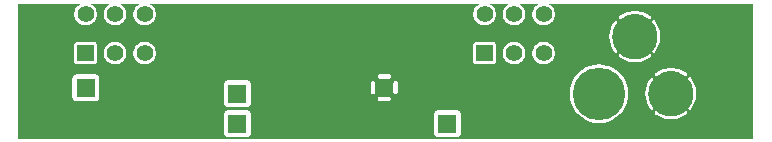
<source format=gbr>
G04 start of page 3 for group 1 idx 1 *
G04 Title: (unknown), bottom *
G04 Creator: pcb 20110918 *
G04 CreationDate: Sat 30 Jan 2016 03:31:44 AM GMT UTC *
G04 For: railfan *
G04 Format: Gerber/RS-274X *
G04 PCB-Dimensions: 250000 50000 *
G04 PCB-Coordinate-Origin: lower left *
%MOIN*%
%FSLAX25Y25*%
%LNBOTTOM*%
%ADD32C,0.0350*%
%ADD31C,0.0420*%
%ADD30C,0.1100*%
%ADD29C,0.1250*%
%ADD28C,0.0200*%
%ADD27C,0.0400*%
%ADD26C,0.0550*%
%ADD25C,0.1500*%
%ADD24C,0.1750*%
%ADD23C,0.0001*%
G54D23*G36*
X227155Y19745D02*X227319Y19138D01*
X227435Y18488D01*
X227493Y17830D01*
Y17170D01*
X227435Y16512D01*
X227319Y15862D01*
X227155Y15255D01*
Y19745D01*
G37*
G36*
Y47500D02*X247500D01*
Y2500D01*
X227155D01*
Y12896D01*
X227530Y13539D01*
X227849Y14216D01*
X228107Y14919D01*
X228303Y15642D01*
X228434Y16379D01*
X228500Y17126D01*
Y17874D01*
X228434Y18621D01*
X228303Y19358D01*
X228107Y20081D01*
X227849Y20784D01*
X227530Y21461D01*
X227155Y22104D01*
Y47500D01*
G37*
G36*
X220004D02*X227155D01*
Y22104D01*
X227152Y22108D01*
X226719Y22719D01*
X226666Y22779D01*
X226604Y22828D01*
X226534Y22868D01*
X226460Y22896D01*
X226381Y22912D01*
X226302Y22916D01*
X226222Y22907D01*
X226145Y22886D01*
X226073Y22853D01*
X226006Y22809D01*
X225947Y22756D01*
X225897Y22693D01*
X225857Y22624D01*
X225829Y22549D01*
X225813Y22471D01*
X225809Y22391D01*
X225818Y22312D01*
X225839Y22235D01*
X225872Y22162D01*
X225917Y22096D01*
X226305Y21562D01*
X226638Y20992D01*
X226919Y20395D01*
X227147Y19775D01*
X227155Y19745D01*
Y15255D01*
X227147Y15225D01*
X226919Y14605D01*
X226638Y14008D01*
X226305Y13438D01*
X225923Y12899D01*
X225879Y12834D01*
X225846Y12763D01*
X225825Y12687D01*
X225817Y12609D01*
X225820Y12530D01*
X225836Y12453D01*
X225864Y12379D01*
X225903Y12311D01*
X225952Y12249D01*
X226010Y12196D01*
X226076Y12153D01*
X226148Y12121D01*
X226224Y12100D01*
X226302Y12091D01*
X226381Y12095D01*
X226458Y12111D01*
X226531Y12139D01*
X226600Y12178D01*
X226661Y12227D01*
X226713Y12286D01*
X227152Y12892D01*
X227155Y12896D01*
Y2500D01*
X220004D01*
Y9000D01*
X220374D01*
X221120Y9066D01*
X221858Y9197D01*
X222581Y9393D01*
X223284Y9651D01*
X223961Y9970D01*
X224608Y10348D01*
X225219Y10781D01*
X225279Y10834D01*
X225328Y10896D01*
X225368Y10966D01*
X225396Y11040D01*
X225412Y11119D01*
X225416Y11198D01*
X225407Y11278D01*
X225386Y11355D01*
X225353Y11427D01*
X225309Y11494D01*
X225256Y11553D01*
X225193Y11603D01*
X225124Y11643D01*
X225049Y11671D01*
X224971Y11687D01*
X224891Y11691D01*
X224812Y11682D01*
X224735Y11661D01*
X224662Y11628D01*
X224596Y11583D01*
X224062Y11195D01*
X223492Y10862D01*
X222895Y10581D01*
X222275Y10353D01*
X221638Y10181D01*
X220988Y10065D01*
X220330Y10007D01*
X220004D01*
Y24993D01*
X220330D01*
X220988Y24935D01*
X221638Y24819D01*
X222275Y24647D01*
X222895Y24419D01*
X223492Y24138D01*
X224062Y23805D01*
X224601Y23423D01*
X224666Y23379D01*
X224737Y23346D01*
X224813Y23325D01*
X224891Y23317D01*
X224970Y23320D01*
X225047Y23336D01*
X225121Y23364D01*
X225189Y23403D01*
X225251Y23452D01*
X225304Y23510D01*
X225347Y23576D01*
X225379Y23648D01*
X225400Y23724D01*
X225409Y23802D01*
X225405Y23881D01*
X225389Y23958D01*
X225361Y24031D01*
X225322Y24100D01*
X225273Y24161D01*
X225214Y24213D01*
X224608Y24652D01*
X223961Y25030D01*
X223284Y25349D01*
X222581Y25607D01*
X221858Y25803D01*
X221120Y25934D01*
X220374Y26000D01*
X220004D01*
Y47500D01*
G37*
G36*
X215155Y38745D02*X215319Y38138D01*
X215435Y37488D01*
X215493Y36830D01*
Y36170D01*
X215435Y35512D01*
X215319Y34862D01*
X215155Y34255D01*
Y38745D01*
G37*
G36*
Y10520D02*X215392Y10348D01*
X216039Y9970D01*
X216716Y9651D01*
X217419Y9393D01*
X218142Y9197D01*
X218879Y9066D01*
X219626Y9000D01*
X220004D01*
Y2500D01*
X215155D01*
Y10520D01*
G37*
G36*
Y23315D02*X215188Y23318D01*
X215265Y23339D01*
X215338Y23372D01*
X215404Y23417D01*
X215938Y23805D01*
X216508Y24138D01*
X217105Y24419D01*
X217725Y24647D01*
X218362Y24819D01*
X219012Y24935D01*
X219670Y24993D01*
X220004D01*
Y10007D01*
X219670D01*
X219012Y10065D01*
X218362Y10181D01*
X217725Y10353D01*
X217105Y10581D01*
X216508Y10862D01*
X215938Y11195D01*
X215399Y11577D01*
X215334Y11621D01*
X215263Y11654D01*
X215187Y11675D01*
X215155Y11678D01*
Y23315D01*
G37*
G36*
Y47500D02*X220004D01*
Y26000D01*
X219626D01*
X218879Y25934D01*
X218142Y25803D01*
X217419Y25607D01*
X216716Y25349D01*
X216039Y25030D01*
X215392Y24652D01*
X215155Y24484D01*
Y31896D01*
X215530Y32539D01*
X215849Y33216D01*
X216107Y33919D01*
X216303Y34642D01*
X216434Y35380D01*
X216500Y36126D01*
Y36874D01*
X216434Y37621D01*
X216303Y38358D01*
X216107Y39081D01*
X215849Y39784D01*
X215530Y40461D01*
X215155Y41104D01*
Y47500D01*
G37*
G36*
X212845D02*X215155D01*
Y41104D01*
X215152Y41108D01*
X214719Y41719D01*
X214666Y41779D01*
X214604Y41828D01*
X214534Y41868D01*
X214460Y41896D01*
X214381Y41912D01*
X214302Y41916D01*
X214222Y41907D01*
X214145Y41886D01*
X214073Y41853D01*
X214006Y41809D01*
X213947Y41756D01*
X213897Y41693D01*
X213857Y41624D01*
X213829Y41549D01*
X213813Y41471D01*
X213809Y41391D01*
X213818Y41312D01*
X213839Y41235D01*
X213872Y41162D01*
X213917Y41096D01*
X214305Y40562D01*
X214638Y39992D01*
X214919Y39395D01*
X215147Y38775D01*
X215155Y38745D01*
Y34255D01*
X215147Y34225D01*
X214919Y33605D01*
X214638Y33008D01*
X214305Y32438D01*
X213923Y31899D01*
X213879Y31834D01*
X213846Y31763D01*
X213825Y31687D01*
X213817Y31609D01*
X213820Y31530D01*
X213836Y31453D01*
X213864Y31379D01*
X213903Y31311D01*
X213952Y31249D01*
X214010Y31196D01*
X214076Y31153D01*
X214148Y31121D01*
X214224Y31100D01*
X214302Y31091D01*
X214381Y31095D01*
X214458Y31111D01*
X214531Y31139D01*
X214600Y31178D01*
X214661Y31227D01*
X214713Y31286D01*
X215152Y31892D01*
X215155Y31896D01*
Y24484D01*
X214781Y24219D01*
X214721Y24166D01*
X214672Y24104D01*
X214632Y24034D01*
X214604Y23960D01*
X214588Y23881D01*
X214584Y23802D01*
X214593Y23722D01*
X214614Y23645D01*
X214647Y23573D01*
X214691Y23506D01*
X214744Y23447D01*
X214807Y23397D01*
X214876Y23357D01*
X214951Y23329D01*
X215029Y23313D01*
X215109Y23309D01*
X215155Y23315D01*
Y11678D01*
X215109Y11683D01*
X215030Y11680D01*
X214953Y11664D01*
X214879Y11636D01*
X214811Y11597D01*
X214749Y11548D01*
X214696Y11490D01*
X214653Y11424D01*
X214621Y11352D01*
X214600Y11276D01*
X214591Y11198D01*
X214595Y11119D01*
X214611Y11042D01*
X214639Y10969D01*
X214678Y10900D01*
X214727Y10839D01*
X214786Y10787D01*
X215155Y10520D01*
Y2500D01*
X212845D01*
Y12896D01*
X212848Y12892D01*
X213281Y12281D01*
X213334Y12221D01*
X213396Y12172D01*
X213466Y12132D01*
X213540Y12104D01*
X213619Y12088D01*
X213698Y12084D01*
X213778Y12093D01*
X213855Y12114D01*
X213927Y12147D01*
X213994Y12191D01*
X214053Y12244D01*
X214103Y12307D01*
X214143Y12376D01*
X214171Y12451D01*
X214187Y12529D01*
X214191Y12609D01*
X214182Y12688D01*
X214161Y12765D01*
X214128Y12838D01*
X214083Y12904D01*
X213695Y13438D01*
X213362Y14008D01*
X213081Y14605D01*
X212853Y15225D01*
X212845Y15255D01*
Y19745D01*
X212853Y19775D01*
X213081Y20395D01*
X213362Y20992D01*
X213695Y21562D01*
X214077Y22101D01*
X214121Y22166D01*
X214154Y22237D01*
X214175Y22313D01*
X214183Y22391D01*
X214180Y22470D01*
X214164Y22547D01*
X214136Y22621D01*
X214097Y22689D01*
X214048Y22751D01*
X213990Y22804D01*
X213924Y22847D01*
X213852Y22879D01*
X213776Y22900D01*
X213698Y22909D01*
X213619Y22905D01*
X213542Y22889D01*
X213469Y22861D01*
X213400Y22822D01*
X213339Y22773D01*
X213287Y22714D01*
X212848Y22108D01*
X212845Y22104D01*
Y29516D01*
X213219Y29781D01*
X213279Y29834D01*
X213328Y29896D01*
X213368Y29966D01*
X213396Y30040D01*
X213412Y30119D01*
X213416Y30198D01*
X213407Y30278D01*
X213386Y30355D01*
X213353Y30427D01*
X213309Y30494D01*
X213256Y30553D01*
X213193Y30603D01*
X213124Y30643D01*
X213049Y30671D01*
X212971Y30687D01*
X212891Y30691D01*
X212845Y30686D01*
Y42322D01*
X212891Y42317D01*
X212970Y42320D01*
X213047Y42336D01*
X213121Y42364D01*
X213189Y42403D01*
X213251Y42452D01*
X213304Y42510D01*
X213347Y42576D01*
X213379Y42648D01*
X213400Y42724D01*
X213409Y42802D01*
X213405Y42881D01*
X213389Y42958D01*
X213361Y43031D01*
X213322Y43100D01*
X213273Y43161D01*
X213214Y43213D01*
X212845Y43480D01*
Y47500D01*
G37*
G36*
Y15255D02*X212681Y15862D01*
X212565Y16512D01*
X212507Y17170D01*
Y17830D01*
X212565Y18488D01*
X212681Y19138D01*
X212845Y19745D01*
Y15255D01*
G37*
G36*
X200845Y47500D02*X212845D01*
Y43480D01*
X212608Y43652D01*
X211961Y44030D01*
X211284Y44349D01*
X210581Y44607D01*
X209858Y44803D01*
X209120Y44934D01*
X208374Y45000D01*
X207626D01*
X206879Y44934D01*
X206142Y44803D01*
X205419Y44607D01*
X204716Y44349D01*
X204039Y44030D01*
X203392Y43652D01*
X202781Y43219D01*
X202721Y43166D01*
X202672Y43104D01*
X202632Y43034D01*
X202604Y42960D01*
X202588Y42881D01*
X202584Y42802D01*
X202593Y42722D01*
X202614Y42645D01*
X202647Y42573D01*
X202691Y42506D01*
X202744Y42447D01*
X202807Y42397D01*
X202876Y42357D01*
X202951Y42329D01*
X203029Y42313D01*
X203109Y42309D01*
X203188Y42318D01*
X203265Y42339D01*
X203338Y42372D01*
X203404Y42417D01*
X203938Y42805D01*
X204508Y43138D01*
X205105Y43419D01*
X205725Y43647D01*
X206362Y43819D01*
X207012Y43935D01*
X207670Y43993D01*
X208330D01*
X208988Y43935D01*
X209638Y43819D01*
X210275Y43647D01*
X210895Y43419D01*
X211492Y43138D01*
X212062Y42805D01*
X212601Y42423D01*
X212666Y42379D01*
X212737Y42346D01*
X212813Y42325D01*
X212845Y42322D01*
Y30686D01*
X212812Y30682D01*
X212735Y30661D01*
X212662Y30628D01*
X212596Y30583D01*
X212062Y30195D01*
X211492Y29862D01*
X210895Y29581D01*
X210275Y29353D01*
X209638Y29181D01*
X208988Y29065D01*
X208330Y29007D01*
X207670D01*
X207012Y29065D01*
X206362Y29181D01*
X205725Y29353D01*
X205105Y29581D01*
X204508Y29862D01*
X203938Y30195D01*
X203399Y30577D01*
X203334Y30621D01*
X203263Y30654D01*
X203187Y30675D01*
X203109Y30683D01*
X203030Y30680D01*
X202953Y30664D01*
X202879Y30636D01*
X202811Y30597D01*
X202749Y30548D01*
X202696Y30490D01*
X202653Y30424D01*
X202621Y30352D01*
X202600Y30276D01*
X202591Y30198D01*
X202595Y30119D01*
X202611Y30042D01*
X202639Y29969D01*
X202678Y29900D01*
X202727Y29839D01*
X202786Y29787D01*
X203392Y29348D01*
X204039Y28970D01*
X204716Y28651D01*
X205419Y28393D01*
X206142Y28197D01*
X206879Y28066D01*
X207626Y28000D01*
X208374D01*
X209120Y28066D01*
X209858Y28197D01*
X210581Y28393D01*
X211284Y28651D01*
X211961Y28970D01*
X212608Y29348D01*
X212845Y29516D01*
Y22104D01*
X212470Y21461D01*
X212151Y20784D01*
X211893Y20081D01*
X211697Y19358D01*
X211566Y18621D01*
X211500Y17874D01*
Y17126D01*
X211566Y16379D01*
X211697Y15642D01*
X211893Y14919D01*
X212151Y14216D01*
X212470Y13539D01*
X212845Y12896D01*
Y2500D01*
X200845D01*
Y9034D01*
X201749Y9588D01*
X202916Y10584D01*
X203912Y11751D01*
X204714Y13060D01*
X205301Y14478D01*
X205660Y15970D01*
X205750Y17500D01*
X205660Y19030D01*
X205301Y20522D01*
X204714Y21940D01*
X203912Y23249D01*
X202916Y24416D01*
X201749Y25412D01*
X200845Y25966D01*
Y31896D01*
X200848Y31892D01*
X201281Y31281D01*
X201334Y31221D01*
X201396Y31172D01*
X201466Y31132D01*
X201540Y31104D01*
X201619Y31088D01*
X201698Y31084D01*
X201778Y31093D01*
X201855Y31114D01*
X201927Y31147D01*
X201994Y31191D01*
X202053Y31244D01*
X202103Y31307D01*
X202143Y31376D01*
X202171Y31451D01*
X202187Y31529D01*
X202191Y31609D01*
X202182Y31688D01*
X202161Y31765D01*
X202128Y31838D01*
X202083Y31904D01*
X201695Y32438D01*
X201362Y33008D01*
X201081Y33605D01*
X200853Y34225D01*
X200845Y34255D01*
Y38745D01*
X200853Y38775D01*
X201081Y39395D01*
X201362Y39992D01*
X201695Y40562D01*
X202077Y41101D01*
X202121Y41166D01*
X202154Y41237D01*
X202175Y41313D01*
X202183Y41391D01*
X202180Y41470D01*
X202164Y41547D01*
X202136Y41621D01*
X202097Y41689D01*
X202048Y41751D01*
X201990Y41804D01*
X201924Y41847D01*
X201852Y41879D01*
X201776Y41900D01*
X201698Y41909D01*
X201619Y41905D01*
X201542Y41889D01*
X201469Y41861D01*
X201400Y41822D01*
X201339Y41773D01*
X201287Y41714D01*
X200848Y41108D01*
X200845Y41104D01*
Y47500D01*
G37*
G36*
Y34255D02*X200681Y34862D01*
X200565Y35512D01*
X200507Y36170D01*
Y36830D01*
X200565Y37488D01*
X200681Y38138D01*
X200845Y38745D01*
Y34255D01*
G37*
G36*
Y2500D02*X195985D01*
Y7721D01*
X196000Y7720D01*
X197530Y7840D01*
X199022Y8199D01*
X200440Y8786D01*
X200845Y9034D01*
Y2500D01*
G37*
G36*
X195985Y47500D02*X200845D01*
Y41104D01*
X200470Y40461D01*
X200151Y39784D01*
X199893Y39081D01*
X199697Y38358D01*
X199566Y37621D01*
X199500Y36874D01*
Y36126D01*
X199566Y35380D01*
X199697Y34642D01*
X199893Y33919D01*
X200151Y33216D01*
X200470Y32539D01*
X200845Y31896D01*
Y25966D01*
X200440Y26214D01*
X199022Y26801D01*
X197530Y27160D01*
X196000Y27280D01*
X195985Y27279D01*
Y47500D01*
G37*
G36*
X177553Y40239D02*X177559Y40238D01*
X178147Y40285D01*
X178721Y40423D01*
X179267Y40648D01*
X179770Y40957D01*
X180219Y41340D01*
X180602Y41789D01*
X180911Y42292D01*
X181136Y42838D01*
X181274Y43412D01*
X181309Y44000D01*
X181274Y44588D01*
X181136Y45162D01*
X180911Y45708D01*
X180602Y46211D01*
X180219Y46660D01*
X179770Y47043D01*
X179267Y47352D01*
X178908Y47500D01*
X195985D01*
Y27279D01*
X194470Y27160D01*
X192978Y26801D01*
X191560Y26214D01*
X190251Y25412D01*
X189084Y24416D01*
X188088Y23249D01*
X187286Y21940D01*
X186699Y20522D01*
X186340Y19030D01*
X186220Y17500D01*
X186340Y15970D01*
X186699Y14478D01*
X187286Y13060D01*
X188088Y11751D01*
X189084Y10584D01*
X190251Y9588D01*
X191560Y8786D01*
X192978Y8199D01*
X194470Y7840D01*
X195985Y7721D01*
Y2500D01*
X177553D01*
Y27247D01*
X177559Y27246D01*
X178147Y27293D01*
X178721Y27431D01*
X179267Y27656D01*
X179770Y27965D01*
X180219Y28348D01*
X180602Y28797D01*
X180911Y29300D01*
X181136Y29846D01*
X181274Y30420D01*
X181309Y31008D01*
X181274Y31596D01*
X181136Y32170D01*
X180911Y32716D01*
X180602Y33219D01*
X180219Y33668D01*
X179770Y34051D01*
X179267Y34360D01*
X178721Y34585D01*
X178147Y34723D01*
X177559Y34770D01*
X177553Y34769D01*
Y40239D01*
G37*
G36*
X167711D02*X167717Y40238D01*
X168305Y40285D01*
X168879Y40423D01*
X169425Y40648D01*
X169928Y40957D01*
X170377Y41340D01*
X170760Y41789D01*
X171069Y42292D01*
X171294Y42838D01*
X171432Y43412D01*
X171467Y44000D01*
X171432Y44588D01*
X171294Y45162D01*
X171069Y45708D01*
X170760Y46211D01*
X170377Y46660D01*
X169928Y47043D01*
X169425Y47352D01*
X169066Y47500D01*
X176210D01*
X175851Y47352D01*
X175348Y47043D01*
X174899Y46660D01*
X174516Y46211D01*
X174207Y45708D01*
X173982Y45162D01*
X173844Y44588D01*
X173797Y44000D01*
X173844Y43412D01*
X173982Y42838D01*
X174207Y42292D01*
X174516Y41789D01*
X174899Y41340D01*
X175348Y40957D01*
X175851Y40648D01*
X176397Y40423D01*
X176971Y40285D01*
X177553Y40239D01*
Y34769D01*
X176971Y34723D01*
X176397Y34585D01*
X175851Y34360D01*
X175348Y34051D01*
X174899Y33668D01*
X174516Y33219D01*
X174207Y32716D01*
X173982Y32170D01*
X173844Y31596D01*
X173797Y31008D01*
X173844Y30420D01*
X173982Y29846D01*
X174207Y29300D01*
X174516Y28797D01*
X174899Y28348D01*
X175348Y27965D01*
X175851Y27656D01*
X176397Y27431D01*
X176971Y27293D01*
X177553Y27247D01*
Y2500D01*
X167711D01*
Y27247D01*
X167717Y27246D01*
X168305Y27293D01*
X168879Y27431D01*
X169425Y27656D01*
X169928Y27965D01*
X170377Y28348D01*
X170760Y28797D01*
X171069Y29300D01*
X171294Y29846D01*
X171432Y30420D01*
X171467Y31008D01*
X171432Y31596D01*
X171294Y32170D01*
X171069Y32716D01*
X170760Y33219D01*
X170377Y33668D01*
X169928Y34051D01*
X169425Y34360D01*
X168879Y34585D01*
X168305Y34723D01*
X167717Y34770D01*
X167711Y34769D01*
Y40239D01*
G37*
G36*
X157874Y40238D02*X158462Y40285D01*
X159036Y40423D01*
X159582Y40648D01*
X160085Y40957D01*
X160534Y41340D01*
X160917Y41789D01*
X161226Y42292D01*
X161451Y42838D01*
X161589Y43412D01*
X161624Y44000D01*
X161589Y44588D01*
X161451Y45162D01*
X161226Y45708D01*
X160917Y46211D01*
X160534Y46660D01*
X160085Y47043D01*
X159582Y47352D01*
X159223Y47500D01*
X166368D01*
X166009Y47352D01*
X165506Y47043D01*
X165057Y46660D01*
X164674Y46211D01*
X164365Y45708D01*
X164140Y45162D01*
X164002Y44588D01*
X163955Y44000D01*
X164002Y43412D01*
X164140Y42838D01*
X164365Y42292D01*
X164674Y41789D01*
X165057Y41340D01*
X165506Y40957D01*
X166009Y40648D01*
X166555Y40423D01*
X167129Y40285D01*
X167711Y40239D01*
Y34769D01*
X167129Y34723D01*
X166555Y34585D01*
X166009Y34360D01*
X165506Y34051D01*
X165057Y33668D01*
X164674Y33219D01*
X164365Y32716D01*
X164140Y32170D01*
X164002Y31596D01*
X163955Y31008D01*
X164002Y30420D01*
X164140Y29846D01*
X164365Y29300D01*
X164674Y28797D01*
X165057Y28348D01*
X165506Y27965D01*
X166009Y27656D01*
X166555Y27431D01*
X167129Y27293D01*
X167711Y27247D01*
Y2500D01*
X157874D01*
Y27263D01*
X160781Y27267D01*
X160934Y27304D01*
X161079Y27364D01*
X161214Y27446D01*
X161333Y27549D01*
X161436Y27668D01*
X161518Y27803D01*
X161578Y27948D01*
X161615Y28101D01*
X161624Y28258D01*
X161615Y33915D01*
X161578Y34068D01*
X161518Y34213D01*
X161436Y34348D01*
X161333Y34467D01*
X161214Y34570D01*
X161079Y34652D01*
X160934Y34712D01*
X160781Y34749D01*
X160624Y34758D01*
X157874Y34753D01*
Y40238D01*
G37*
G36*
X145500Y47500D02*X156525D01*
X156166Y47352D01*
X155663Y47043D01*
X155214Y46660D01*
X154831Y46211D01*
X154522Y45708D01*
X154297Y45162D01*
X154159Y44588D01*
X154112Y44000D01*
X154159Y43412D01*
X154297Y42838D01*
X154522Y42292D01*
X154831Y41789D01*
X155214Y41340D01*
X155663Y40957D01*
X156166Y40648D01*
X156712Y40423D01*
X157286Y40285D01*
X157874Y40238D01*
Y34753D01*
X154967Y34749D01*
X154814Y34712D01*
X154669Y34652D01*
X154534Y34570D01*
X154415Y34467D01*
X154312Y34348D01*
X154230Y34213D01*
X154170Y34068D01*
X154133Y33915D01*
X154124Y33758D01*
X154133Y28101D01*
X154170Y27948D01*
X154230Y27803D01*
X154312Y27668D01*
X154415Y27549D01*
X154534Y27446D01*
X154669Y27364D01*
X154814Y27304D01*
X154967Y27267D01*
X155124Y27258D01*
X157874Y27263D01*
Y2500D01*
X145500D01*
Y3007D01*
X148735Y3014D01*
X148965Y3069D01*
X149183Y3159D01*
X149384Y3283D01*
X149564Y3436D01*
X149717Y3616D01*
X149841Y3817D01*
X149931Y4035D01*
X149986Y4265D01*
X150000Y4500D01*
X149986Y10735D01*
X149931Y10965D01*
X149841Y11183D01*
X149717Y11384D01*
X149564Y11564D01*
X149384Y11717D01*
X149183Y11841D01*
X148965Y11931D01*
X148735Y11986D01*
X148500Y12000D01*
X145500Y11993D01*
Y47500D01*
G37*
G36*
X128250D02*X145500D01*
Y11993D01*
X142265Y11986D01*
X142035Y11931D01*
X141817Y11841D01*
X141616Y11717D01*
X141436Y11564D01*
X141283Y11384D01*
X141159Y11183D01*
X141069Y10965D01*
X141014Y10735D01*
X141000Y10500D01*
X141014Y4265D01*
X141069Y4035D01*
X141159Y3817D01*
X141283Y3616D01*
X141436Y3436D01*
X141616Y3283D01*
X141817Y3159D01*
X142035Y3069D01*
X142265Y3014D01*
X142500Y3000D01*
X145500Y3007D01*
Y2500D01*
X128250D01*
Y17248D01*
X128368Y17257D01*
X128482Y17285D01*
X128592Y17330D01*
X128692Y17391D01*
X128782Y17468D01*
X128859Y17558D01*
X128920Y17658D01*
X128965Y17768D01*
X128993Y17882D01*
X129000Y18000D01*
Y21000D01*
X128993Y21118D01*
X128965Y21232D01*
X128920Y21342D01*
X128859Y21442D01*
X128782Y21532D01*
X128692Y21609D01*
X128592Y21670D01*
X128482Y21715D01*
X128368Y21743D01*
X128250Y21752D01*
Y47500D01*
G37*
G36*
X124500D02*X128250D01*
Y21752D01*
X128132Y21743D01*
X128018Y21715D01*
X127908Y21670D01*
X127808Y21609D01*
X127718Y21532D01*
X127641Y21442D01*
X127580Y21342D01*
X127535Y21232D01*
X127507Y21118D01*
X127500Y21000D01*
Y18000D01*
X127507Y17882D01*
X127535Y17768D01*
X127580Y17658D01*
X127641Y17558D01*
X127718Y17468D01*
X127808Y17391D01*
X127908Y17330D01*
X128018Y17285D01*
X128132Y17257D01*
X128250Y17248D01*
Y2500D01*
X124500D01*
Y15000D01*
X126000D01*
X126118Y15007D01*
X126232Y15035D01*
X126342Y15080D01*
X126442Y15141D01*
X126532Y15218D01*
X126609Y15308D01*
X126670Y15408D01*
X126715Y15518D01*
X126743Y15632D01*
X126752Y15750D01*
X126743Y15868D01*
X126715Y15982D01*
X126670Y16092D01*
X126609Y16192D01*
X126532Y16282D01*
X126442Y16359D01*
X126342Y16420D01*
X126232Y16465D01*
X126118Y16493D01*
X126000Y16500D01*
X124500D01*
Y22500D01*
X126000D01*
X126118Y22507D01*
X126232Y22535D01*
X126342Y22580D01*
X126442Y22641D01*
X126532Y22718D01*
X126609Y22808D01*
X126670Y22908D01*
X126715Y23018D01*
X126743Y23132D01*
X126752Y23250D01*
X126743Y23368D01*
X126715Y23482D01*
X126670Y23592D01*
X126609Y23692D01*
X126532Y23782D01*
X126442Y23859D01*
X126342Y23920D01*
X126232Y23965D01*
X126118Y23993D01*
X126000Y24000D01*
X124500D01*
Y47500D01*
G37*
G36*
X120750D02*X124500D01*
Y24000D01*
X123000D01*
X122882Y23993D01*
X122768Y23965D01*
X122658Y23920D01*
X122558Y23859D01*
X122468Y23782D01*
X122391Y23692D01*
X122330Y23592D01*
X122285Y23482D01*
X122257Y23368D01*
X122248Y23250D01*
X122257Y23132D01*
X122285Y23018D01*
X122330Y22908D01*
X122391Y22808D01*
X122468Y22718D01*
X122558Y22641D01*
X122658Y22580D01*
X122768Y22535D01*
X122882Y22507D01*
X123000Y22500D01*
X124500D01*
Y16500D01*
X123000D01*
X122882Y16493D01*
X122768Y16465D01*
X122658Y16420D01*
X122558Y16359D01*
X122468Y16282D01*
X122391Y16192D01*
X122330Y16092D01*
X122285Y15982D01*
X122257Y15868D01*
X122248Y15750D01*
X122257Y15632D01*
X122285Y15518D01*
X122330Y15408D01*
X122391Y15308D01*
X122468Y15218D01*
X122558Y15141D01*
X122658Y15080D01*
X122768Y15035D01*
X122882Y15007D01*
X123000Y15000D01*
X124500D01*
Y2500D01*
X120750D01*
Y17248D01*
X120868Y17257D01*
X120982Y17285D01*
X121092Y17330D01*
X121192Y17391D01*
X121282Y17468D01*
X121359Y17558D01*
X121420Y17658D01*
X121465Y17768D01*
X121493Y17882D01*
X121500Y18000D01*
Y21000D01*
X121493Y21118D01*
X121465Y21232D01*
X121420Y21342D01*
X121359Y21442D01*
X121282Y21532D01*
X121192Y21609D01*
X121092Y21670D01*
X120982Y21715D01*
X120868Y21743D01*
X120750Y21752D01*
Y47500D01*
G37*
G36*
X75500D02*X120750D01*
Y21752D01*
X120632Y21743D01*
X120518Y21715D01*
X120408Y21670D01*
X120308Y21609D01*
X120218Y21532D01*
X120141Y21442D01*
X120080Y21342D01*
X120035Y21232D01*
X120007Y21118D01*
X120000Y21000D01*
Y18000D01*
X120007Y17882D01*
X120035Y17768D01*
X120080Y17658D01*
X120141Y17558D01*
X120218Y17468D01*
X120308Y17391D01*
X120408Y17330D01*
X120518Y17285D01*
X120632Y17257D01*
X120750Y17248D01*
Y2500D01*
X75500D01*
Y3007D01*
X78735Y3014D01*
X78965Y3069D01*
X79183Y3159D01*
X79384Y3283D01*
X79564Y3436D01*
X79717Y3616D01*
X79841Y3817D01*
X79931Y4035D01*
X79986Y4265D01*
X80000Y4500D01*
X79986Y10735D01*
X79931Y10965D01*
X79841Y11183D01*
X79717Y11384D01*
X79564Y11564D01*
X79384Y11717D01*
X79183Y11841D01*
X78965Y11931D01*
X78735Y11986D01*
X78500Y12000D01*
X75500Y11993D01*
Y13007D01*
X78735Y13014D01*
X78965Y13069D01*
X79183Y13159D01*
X79384Y13283D01*
X79564Y13436D01*
X79717Y13616D01*
X79841Y13817D01*
X79931Y14035D01*
X79986Y14265D01*
X80000Y14500D01*
X79986Y20735D01*
X79931Y20965D01*
X79841Y21183D01*
X79717Y21384D01*
X79564Y21564D01*
X79384Y21717D01*
X79183Y21841D01*
X78965Y21931D01*
X78735Y21986D01*
X78500Y22000D01*
X75500Y21993D01*
Y47500D01*
G37*
G36*
X44553Y40239D02*X44559Y40238D01*
X45147Y40285D01*
X45721Y40423D01*
X46267Y40648D01*
X46770Y40957D01*
X47219Y41340D01*
X47602Y41789D01*
X47911Y42292D01*
X48136Y42838D01*
X48274Y43412D01*
X48309Y44000D01*
X48274Y44588D01*
X48136Y45162D01*
X47911Y45708D01*
X47602Y46211D01*
X47219Y46660D01*
X46770Y47043D01*
X46267Y47352D01*
X45908Y47500D01*
X75500D01*
Y21993D01*
X72265Y21986D01*
X72035Y21931D01*
X71817Y21841D01*
X71616Y21717D01*
X71436Y21564D01*
X71283Y21384D01*
X71159Y21183D01*
X71069Y20965D01*
X71014Y20735D01*
X71000Y20500D01*
X71014Y14265D01*
X71069Y14035D01*
X71159Y13817D01*
X71283Y13616D01*
X71436Y13436D01*
X71616Y13283D01*
X71817Y13159D01*
X72035Y13069D01*
X72265Y13014D01*
X72500Y13000D01*
X75500Y13007D01*
Y11993D01*
X72265Y11986D01*
X72035Y11931D01*
X71817Y11841D01*
X71616Y11717D01*
X71436Y11564D01*
X71283Y11384D01*
X71159Y11183D01*
X71069Y10965D01*
X71014Y10735D01*
X71000Y10500D01*
X71014Y4265D01*
X71069Y4035D01*
X71159Y3817D01*
X71283Y3616D01*
X71436Y3436D01*
X71616Y3283D01*
X71817Y3159D01*
X72035Y3069D01*
X72265Y3014D01*
X72500Y3000D01*
X75500Y3007D01*
Y2500D01*
X44553D01*
Y27247D01*
X44559Y27246D01*
X45147Y27293D01*
X45721Y27431D01*
X46267Y27656D01*
X46770Y27965D01*
X47219Y28348D01*
X47602Y28797D01*
X47911Y29300D01*
X48136Y29846D01*
X48274Y30420D01*
X48309Y31008D01*
X48274Y31596D01*
X48136Y32170D01*
X47911Y32716D01*
X47602Y33219D01*
X47219Y33668D01*
X46770Y34051D01*
X46267Y34360D01*
X45721Y34585D01*
X45147Y34723D01*
X44559Y34770D01*
X44553Y34769D01*
Y40239D01*
G37*
G36*
X34711D02*X34717Y40238D01*
X35305Y40285D01*
X35879Y40423D01*
X36425Y40648D01*
X36928Y40957D01*
X37377Y41340D01*
X37760Y41789D01*
X38069Y42292D01*
X38294Y42838D01*
X38432Y43412D01*
X38467Y44000D01*
X38432Y44588D01*
X38294Y45162D01*
X38069Y45708D01*
X37760Y46211D01*
X37377Y46660D01*
X36928Y47043D01*
X36425Y47352D01*
X36066Y47500D01*
X43210D01*
X42851Y47352D01*
X42348Y47043D01*
X41899Y46660D01*
X41516Y46211D01*
X41207Y45708D01*
X40982Y45162D01*
X40844Y44588D01*
X40797Y44000D01*
X40844Y43412D01*
X40982Y42838D01*
X41207Y42292D01*
X41516Y41789D01*
X41899Y41340D01*
X42348Y40957D01*
X42851Y40648D01*
X43397Y40423D01*
X43971Y40285D01*
X44553Y40239D01*
Y34769D01*
X43971Y34723D01*
X43397Y34585D01*
X42851Y34360D01*
X42348Y34051D01*
X41899Y33668D01*
X41516Y33219D01*
X41207Y32716D01*
X40982Y32170D01*
X40844Y31596D01*
X40797Y31008D01*
X40844Y30420D01*
X40982Y29846D01*
X41207Y29300D01*
X41516Y28797D01*
X41899Y28348D01*
X42348Y27965D01*
X42851Y27656D01*
X43397Y27431D01*
X43971Y27293D01*
X44553Y27247D01*
Y2500D01*
X34711D01*
Y27247D01*
X34717Y27246D01*
X35305Y27293D01*
X35879Y27431D01*
X36425Y27656D01*
X36928Y27965D01*
X37377Y28348D01*
X37760Y28797D01*
X38069Y29300D01*
X38294Y29846D01*
X38432Y30420D01*
X38467Y31008D01*
X38432Y31596D01*
X38294Y32170D01*
X38069Y32716D01*
X37760Y33219D01*
X37377Y33668D01*
X36928Y34051D01*
X36425Y34360D01*
X35879Y34585D01*
X35305Y34723D01*
X34717Y34770D01*
X34711Y34769D01*
Y40239D01*
G37*
G36*
X24874Y40238D02*X25462Y40285D01*
X26036Y40423D01*
X26582Y40648D01*
X27085Y40957D01*
X27534Y41340D01*
X27917Y41789D01*
X28226Y42292D01*
X28451Y42838D01*
X28589Y43412D01*
X28624Y44000D01*
X28589Y44588D01*
X28451Y45162D01*
X28226Y45708D01*
X27917Y46211D01*
X27534Y46660D01*
X27085Y47043D01*
X26582Y47352D01*
X26223Y47500D01*
X33368D01*
X33009Y47352D01*
X32506Y47043D01*
X32057Y46660D01*
X31674Y46211D01*
X31365Y45708D01*
X31140Y45162D01*
X31002Y44588D01*
X30955Y44000D01*
X31002Y43412D01*
X31140Y42838D01*
X31365Y42292D01*
X31674Y41789D01*
X32057Y41340D01*
X32506Y40957D01*
X33009Y40648D01*
X33555Y40423D01*
X34129Y40285D01*
X34711Y40239D01*
Y34769D01*
X34129Y34723D01*
X33555Y34585D01*
X33009Y34360D01*
X32506Y34051D01*
X32057Y33668D01*
X31674Y33219D01*
X31365Y32716D01*
X31140Y32170D01*
X31002Y31596D01*
X30955Y31008D01*
X31002Y30420D01*
X31140Y29846D01*
X31365Y29300D01*
X31674Y28797D01*
X32057Y28348D01*
X32506Y27965D01*
X33009Y27656D01*
X33555Y27431D01*
X34129Y27293D01*
X34711Y27247D01*
Y2500D01*
X24874D01*
Y15006D01*
X28235Y15014D01*
X28465Y15069D01*
X28683Y15159D01*
X28884Y15283D01*
X29064Y15436D01*
X29217Y15616D01*
X29341Y15817D01*
X29431Y16035D01*
X29486Y16265D01*
X29500Y16500D01*
X29486Y22735D01*
X29431Y22965D01*
X29341Y23183D01*
X29217Y23384D01*
X29064Y23564D01*
X28884Y23717D01*
X28683Y23841D01*
X28465Y23931D01*
X28235Y23986D01*
X28000Y24000D01*
X24874Y23993D01*
Y27263D01*
X27781Y27267D01*
X27934Y27304D01*
X28079Y27364D01*
X28214Y27446D01*
X28333Y27549D01*
X28436Y27668D01*
X28518Y27803D01*
X28578Y27948D01*
X28615Y28101D01*
X28624Y28258D01*
X28615Y33915D01*
X28578Y34068D01*
X28518Y34213D01*
X28436Y34348D01*
X28333Y34467D01*
X28214Y34570D01*
X28079Y34652D01*
X27934Y34712D01*
X27781Y34749D01*
X27624Y34758D01*
X24874Y34753D01*
Y40238D01*
G37*
G36*
X2500Y2500D02*Y47500D01*
X23525D01*
X23166Y47352D01*
X22663Y47043D01*
X22214Y46660D01*
X21831Y46211D01*
X21522Y45708D01*
X21297Y45162D01*
X21159Y44588D01*
X21112Y44000D01*
X21159Y43412D01*
X21297Y42838D01*
X21522Y42292D01*
X21831Y41789D01*
X22214Y41340D01*
X22663Y40957D01*
X23166Y40648D01*
X23712Y40423D01*
X24286Y40285D01*
X24874Y40238D01*
Y34753D01*
X21967Y34749D01*
X21814Y34712D01*
X21669Y34652D01*
X21534Y34570D01*
X21415Y34467D01*
X21312Y34348D01*
X21230Y34213D01*
X21170Y34068D01*
X21133Y33915D01*
X21124Y33758D01*
X21133Y28101D01*
X21170Y27948D01*
X21230Y27803D01*
X21312Y27668D01*
X21415Y27549D01*
X21534Y27446D01*
X21669Y27364D01*
X21814Y27304D01*
X21967Y27267D01*
X22124Y27258D01*
X24874Y27263D01*
Y23993D01*
X21765Y23986D01*
X21535Y23931D01*
X21317Y23841D01*
X21116Y23717D01*
X20936Y23564D01*
X20783Y23384D01*
X20659Y23183D01*
X20569Y22965D01*
X20514Y22735D01*
X20500Y22500D01*
X20514Y16265D01*
X20569Y16035D01*
X20659Y15817D01*
X20783Y15616D01*
X20936Y15436D01*
X21116Y15283D01*
X21317Y15159D01*
X21535Y15069D01*
X21765Y15014D01*
X22000Y15000D01*
X24874Y15006D01*
Y2500D01*
X2500D01*
G37*
G54D24*X196000Y17500D03*
G54D25*X220000D03*
X208000Y36500D03*
G54D23*G36*
X121500Y22500D02*Y16500D01*
X127500D01*
Y22500D01*
X121500D01*
G37*
G36*
X142500Y10500D02*Y4500D01*
X148500D01*
Y10500D01*
X142500D01*
G37*
G36*
X155124Y33758D02*Y28258D01*
X160624D01*
Y33758D01*
X155124D01*
G37*
G54D26*X167717Y31008D03*
X177559D03*
X157874Y44000D03*
X167717D03*
X177559D03*
G54D23*G36*
X22124Y33758D02*Y28258D01*
X27624D01*
Y33758D01*
X22124D01*
G37*
G54D26*X34717Y31008D03*
X44559D03*
X24874Y44000D03*
X34717D03*
X44559D03*
G54D23*G36*
X22000Y22500D02*Y16500D01*
X28000D01*
Y22500D01*
X22000D01*
G37*
G36*
X72500Y20500D02*Y14500D01*
X78500D01*
Y20500D01*
X72500D01*
G37*
G36*
Y10500D02*Y4500D01*
X78500D01*
Y10500D01*
X72500D01*
G37*
G54D27*X67500Y44000D03*
G54D28*G54D29*G54D30*G54D31*G54D32*G54D31*M02*

</source>
